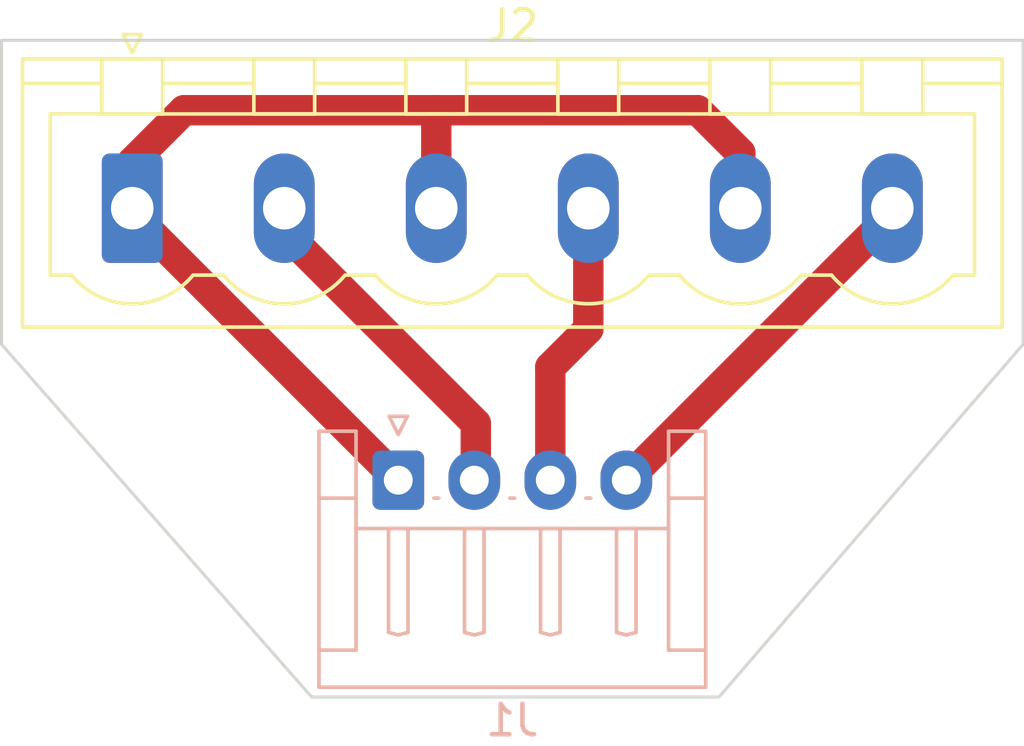
<source format=kicad_pcb>
(kicad_pcb (version 20211014) (generator pcbnew)
  (layers (0 "F.Cu" signal) (31 "B.Cu" signal) (34 "B.Paste" user) (35 "F.Paste" user) (36 "B.SilkS" user "B.Silkscreen") (37 "F.SilkS" user "F.Silkscreen") (38 "B.Mask" user) (39 "F.Mask" user) (44 "Edge.Cuts" user))
  (net 0 "")
  (net 1 "/PUL+")
  (net 2 "/PUL-")
  (net 3 "/DIR-")
  (net 4 "/ENA-")
  (footprint "Connector_Phoenix_MSTB:PhoenixContact_MSTBVA_2,5_6-G_1x06_P5.00mm_Vertical" (layer "F.Cu") (at 124.3 70.5225)
    (fp_text reference "J2" (at 12.5 -6) (layer "F.SilkS"))
    (fp_text value "Conn_01x06")
    (fp_line (start -2.7 -3.1) (end 27.7 -3.1) (layer "F.SilkS") (width 0.12))
    (fp_line (start 6 -4.1) (end 9 -4.1) (layer "F.SilkS") (width 0.12))
    (fp_line (start 28.61 -4.91) (end -3.61 -4.91) (layer "F.SilkS") (width 0.12))
    (fp_line (start 6 -3.1) (end 4 -3.1) (layer "F.SilkS") (width 0.12))
    (fp_line (start -1 -3.1) (end -1 -4.91) (layer "F.SilkS") (width 0.12))
    (fp_line (start 26 -3.1) (end 24 -3.1) (layer "F.SilkS") (width 0.12))
    (fp_line (start 28.61 -4.1) (end 26.11 -4.1) (layer "F.SilkS") (width 0.12))
    (fp_line (start 16 -4.1) (end 19 -4.1) (layer "F.SilkS") (width 0.12))
    (fp_line (start 16 -4.91) (end 16 -3.1) (layer "F.SilkS") (width 0.12))
    (fp_line (start 12 2.2) (end 13 2.2) (layer "F.SilkS") (width 0.12))
    (fp_line (start 0 -5.11) (end -0.3 -5.71) (layer "F.SilkS") (width 0.12))
    (fp_line (start 24 -4.91) (end 26 -4.91) (layer "F.SilkS") (width 0.12))
    (fp_line (start -2.7 2.2) (end -2.7 -3.1) (layer "F.SilkS") (width 0.12))
    (fp_line (start 9 -3.1) (end 9 -4.91) (layer "F.SilkS") (width 0.12))
    (fp_line (start 26 -4.91) (end 26 -3.1) (layer "F.SilkS") (width 0.12))
    (fp_line (start -3.61 3.91) (end 28.61 3.91) (layer "F.SilkS") (width 0.12))
    (fp_line (start 4 -3.1) (end 4 -4.91) (layer "F.SilkS") (width 0.12))
    (fp_line (start 4 -4.91) (end 6 -4.91) (layer "F.SilkS") (width 0.12))
    (fp_line (start 19 -4.91) (end 21 -4.91) (layer "F.SilkS") (width 0.12))
    (fp_line (start 27.7 2.2) (end 27 2.2) (layer "F.SilkS") (width 0.12))
    (fp_line (start -3.61 -4.1) (end -1.11 -4.1) (layer "F.SilkS") (width 0.12))
    (fp_line (start 28.61 3.91) (end 28.61 -4.91) (layer "F.SilkS") (width 0.12))
    (fp_line (start 9 -4.91) (end 11 -4.91) (layer "F.SilkS") (width 0.12))
    (fp_line (start 1 -4.1) (end 4 -4.1) (layer "F.SilkS") (width 0.12))
    (fp_line (start 11 -4.1) (end 14 -4.1) (layer "F.SilkS") (width 0.12))
    (fp_line (start 7 2.2) (end 8 2.2) (layer "F.SilkS") (width 0.12))
    (fp_line (start -1 -4.91) (end 1 -4.91) (layer "F.SilkS") (width 0.12))
    (fp_line (start 22 2.2) (end 23 2.2) (layer "F.SilkS") (width 0.12))
    (fp_line (start -0.3 -5.71) (end 0.3 -5.71) (layer "F.SilkS") (width 0.12))
    (fp_line (start 27.7 -3.1) (end 27.7 2.2) (layer "F.SilkS") (width 0.12))
    (fp_line (start 21 -4.1) (end 24 -4.1) (layer "F.SilkS") (width 0.12))
    (fp_line (start 16 -3.1) (end 14 -3.1) (layer "F.SilkS") (width 0.12))
    (fp_line (start 14 -4.91) (end 16 -4.91) (layer "F.SilkS") (width 0.12))
    (fp_line (start 19 -3.1) (end 19 -4.91) (layer "F.SilkS") (width 0.12))
    (fp_line (start -3.61 -4.91) (end -3.61 3.91) (layer "F.SilkS") (width 0.12))
    (fp_line (start 6 -4.91) (end 6 -3.1) (layer "F.SilkS") (width 0.12))
    (fp_line (start 1 -3.1) (end -1 -3.1) (layer "F.SilkS") (width 0.12))
    (fp_line (start 14 -3.1) (end 14 -4.91) (layer "F.SilkS") (width 0.12))
    (fp_line (start 24 -3.1) (end 24 -4.91) (layer "F.SilkS") (width 0.12))
    (fp_line (start 21 -4.91) (end 21 -3.1) (layer "F.SilkS") (width 0.12))
    (fp_line (start 11 -4.91) (end 11 -3.1) (layer "F.SilkS") (width 0.12))
    (fp_line (start 17 2.2) (end 18 2.2) (layer "F.SilkS") (width 0.12))
    (fp_line (start -2 2.2) (end -2.7 2.2) (layer "F.SilkS") (width 0.12))
    (fp_line (start 0.3 -5.71) (end 0 -5.11) (layer "F.SilkS") (width 0.12))
    (fp_line (start 1 -4.91) (end 1 -3.1) (layer "F.SilkS") (width 0.12))
    (fp_line (start 21 -3.1) (end 19 -3.1) (layer "F.SilkS") (width 0.12))
    (fp_line (start 2 2.2) (end 3 2.2) (layer "F.SilkS") (width 0.12))
    (fp_line (start 11 -3.1) (end 9 -3.1) (layer "F.SilkS") (width 0.12))
    (fp_arc (start 16.986842 2.215821) (mid 14.989711 3.142758) (end 13 2.2) (layer "F.SilkS") (width 0.12))
    (fp_arc (start 21.986842 2.215821) (mid 19.989711 3.142758) (end 18 2.2) (layer "F.SilkS") (width 0.12))
    (fp_arc (start 26.986842 2.215821) (mid 24.989711 3.142758) (end 23 2.2) (layer "F.SilkS") (width 0.12))
    (fp_arc (start 6.986842 2.215821) (mid 4.989711 3.142758) (end 3 2.2) (layer "F.SilkS") (width 0.12))
    (fp_arc (start 11.986842 2.215821) (mid 9.989711 3.142758) (end 8 2.2) (layer "F.SilkS") (width 0.12))
    (fp_arc (start 1.986842 2.215821) (mid -0.010289 3.142758) (end -2 2.2) (layer "F.SilkS") (width 0.12))
    (pad "1" thru_hole roundrect (at 0 0) (size 2 3.6) (drill 1.4) (layers *.Cu *.Mask) (roundrect_rratio 0.125) (net 1 "/PUL+"))
    (pad "2" thru_hole oval (at 5 0) (size 2 3.6) (drill 1.4) (layers *.Cu *.Mask) (net 2 "/PUL-"))
    (pad "3" thru_hole oval (at 10 0) (size 2 3.6) (drill 1.4) (layers *.Cu *.Mask) (net 1 "/PUL+"))
    (pad "4" thru_hole oval (at 15 0) (size 2 3.6) (drill 1.4) (layers *.Cu *.Mask) (net 3 "/DIR-"))
    (pad "5" thru_hole oval (at 20 0) (size 2 3.6) (drill 1.4) (layers *.Cu *.Mask) (net 1 "/PUL+"))
    (pad "6" thru_hole oval (at 25 0) (size 2 3.6) (drill 1.4) (layers *.Cu *.Mask) (net 4 "/ENA-"))
  )
  (footprint "Connector_JST:JST_EH_S4B-EH_1x04_P2.50mm_Horizontal" (layer "B.Cu") (at 133.05 79.4675)
    (fp_text reference "J1" (at 3.75 7.9) (layer "B.SilkS") (effects (justify mirror)))
    (fp_text value "Conn_01x04")
    (fp_line (start 0.3 -2.1) (end 0 -1.5) (layer "B.SilkS") (width 0.12))
    (fp_line (start -1.39 -1.61) (end -2.61 -1.61) (layer "B.SilkS") (width 0.12))
    (fp_line (start -1.39 5.59) (end -1.39 0.59) (layer "B.SilkS") (width 0.12))
    (fp_line (start -1.39 0.59) (end -1.39 -1.61) (layer "B.SilkS") (width 0.12))
    (fp_line (start 7.18 5.01) (end 7.5 5.09) (layer "B.SilkS") (width 0.12))
    (fp_line (start 0.32 5.01) (end 0.32 1.59) (layer "B.SilkS") (width 0.12))
    (fp_line (start 1.17 0.59) (end 1.33 0.59) (layer "B.SilkS") (width 0.12))
    (fp_line (start 10.11 -1.61) (end 8.89 -1.61) (layer "B.SilkS") (width 0.12))
    (fp_line (start 5 1.59) (end 4.68 1.59) (layer "B.SilkS") (width 0.12))
    (fp_line (start -0.32 5.01) (end 0 5.09) (layer "B.SilkS") (width 0.12))
    (fp_line (start -2.61 -1.61) (end -2.61 6.81) (layer "B.SilkS") (width 0.12))
    (fp_line (start 7.18 1.59) (end 7.18 5.01) (layer "B.SilkS") (width 0.12))
    (fp_line (start 7.82 1.59) (end 7.5 1.59) (layer "B.SilkS") (width 0.12))
    (fp_line (start 7.5 1.59) (end 7.18 1.59) (layer "B.SilkS") (width 0.12))
    (fp_line (start 10.11 6.81) (end 10.11 -1.61) (layer "B.SilkS") (width 0.12))
    (fp_line (start 6.17 0.59) (end 6.33 0.59) (layer "B.SilkS") (width 0.12))
    (fp_line (start 0 1.59) (end -0.32 1.59) (layer "B.SilkS") (width 0.12))
    (fp_line (start 8.89 -1.61) (end 8.89 0.59) (layer "B.SilkS") (width 0.12))
    (fp_line (start 8.89 5.59) (end 8.89 0.59) (layer "B.SilkS") (width 0.12))
    (fp_line (start -2.61 5.59) (end -1.39 5.59) (layer "B.SilkS") (width 0.12))
    (fp_line (start 3.67 0.59) (end 3.83 0.59) (layer "B.SilkS") (width 0.12))
    (fp_line (start 2.18 1.59) (end 2.18 5.01) (layer "B.SilkS") (width 0.12))
    (fp_line (start 0 5.09) (end 0.32 5.01) (layer "B.SilkS") (width 0.12))
    (fp_line (start 2.82 1.59) (end 2.5 1.59) (layer "B.SilkS") (width 0.12))
    (fp_line (start -0.3 -2.1) (end 0.3 -2.1) (layer "B.SilkS") (width 0.12))
    (fp_line (start 7.82 5.01) (end 7.82 1.59) (layer "B.SilkS") (width 0.12))
    (fp_line (start -1.39 0.59) (end -2.61 0.59) (layer "B.SilkS") (width 0.12))
    (fp_line (start -2.61 6.81) (end 10.11 6.81) (layer "B.SilkS") (width 0.12))
    (fp_line (start 8.89 0.59) (end 10.11 0.59) (layer "B.SilkS") (width 0.12))
    (fp_line (start 2.18 5.01) (end 2.5 5.09) (layer "B.SilkS") (width 0.12))
    (fp_line (start 2.5 1.59) (end 2.18 1.59) (layer "B.SilkS") (width 0.12))
    (fp_line (start 2.5 5.09) (end 2.82 5.01) (layer "B.SilkS") (width 0.12))
    (fp_line (start -0.32 1.59) (end -0.32 5.01) (layer "B.SilkS") (width 0.12))
    (fp_line (start -1.39 1.59) (end 8.89 1.59) (layer "B.SilkS") (width 0.12))
    (fp_line (start 7.5 5.09) (end 7.82 5.01) (layer "B.SilkS") (width 0.12))
    (fp_line (start 5.32 1.59) (end 5 1.59) (layer "B.SilkS") (width 0.12))
    (fp_line (start 0 -1.5) (end -0.3 -2.1) (layer "B.SilkS") (width 0.12))
    (fp_line (start 5 5.09) (end 5.32 5.01) (layer "B.SilkS") (width 0.12))
    (fp_line (start 0.32 1.59) (end 0 1.59) (layer "B.SilkS") (width 0.12))
    (fp_line (start 10.11 5.59) (end 8.89 5.59) (layer "B.SilkS") (width 0.12))
    (fp_line (start 5.32 5.01) (end 5.32 1.59) (layer "B.SilkS") (width 0.12))
    (fp_line (start 2.82 5.01) (end 2.82 1.59) (layer "B.SilkS") (width 0.12))
    (fp_line (start 4.68 5.01) (end 5 5.09) (layer "B.SilkS") (width 0.12))
    (fp_line (start 4.68 1.59) (end 4.68 5.01) (layer "B.SilkS") (width 0.12))
    (pad "1" thru_hole roundrect (at 0 0) (size 1.7 1.95) (drill 0.95) (layers *.Cu *.Mask) (roundrect_rratio 0.147059) (net 1 "/PUL+"))
    (pad "2" thru_hole oval (at 2.5 0) (size 1.7 1.95) (drill 0.95) (layers *.Cu *.Mask) (net 2 "/PUL-"))
    (pad "3" thru_hole oval (at 5 0) (size 1.7 1.95) (drill 0.95) (layers *.Cu *.Mask) (net 3 "/DIR-"))
    (pad "4" thru_hole oval (at 7.5 0) (size 1.7 1.95) (drill 0.95) (layers *.Cu *.Mask) (net 4 "/ENA-"))
  )
  (gr_poly (pts (xy 153.6 75) (xy 143.6 86.6) (xy 130.2 86.6) (xy 120 75) (xy 120 65) (xy 153.6 65)) (layer "Edge.Cuts") (width 0.1) (fill none))
  (segment (start 124.3 69) (end 126 67.3) (width 1) (layer "F.Cu") (net 1))
  (segment (start 124.3 70.5225) (end 124.3 70.7175) (width 1) (layer "F.Cu") (net 1))
  (segment (start 134.3 67.3) (end 142.9 67.3) (width 1) (layer "F.Cu") (net 1))
  (segment (start 142.9 67.3) (end 144.3 68.7) (width 1) (layer "F.Cu") (net 1))
  (segment (start 144.3 68.7) (end 144.3 70.5225) (width 1) (layer "F.Cu") (net 1))
  (segment (start 126 67.3) (end 134.3 67.3) (width 1) (layer "F.Cu") (net 1))
  (segment (start 124.3 70.7175) (end 133.05 79.4675) (width 1) (layer "F.Cu") (net 1))
  (segment (start 124.3 70.5225) (end 124.3 69) (width 1) (layer "F.Cu") (net 1))
  (segment (start 134.3 70.5225) (end 134.3 67.3) (width 1) (layer "F.Cu") (net 1))
  (segment (start 129.3 71.3) (end 135.6 77.6) (width 1) (layer "F.Cu") (net 2))
  (segment (start 135.6 77.6) (end 135.6 79.4175) (width 1) (layer "F.Cu") (net 2))
  (segment (start 135.6 79.4175) (end 135.55 79.4675) (width 1) (layer "F.Cu") (net 2))
  (segment (start 129.3 70.5225) (end 129.3 71.3) (width 1) (layer "F.Cu") (net 2))
  (segment (start 138.05 75.75) (end 138.05 79.4675) (width 1) (layer "F.Cu") (net 3))
  (segment (start 139.3 70.5225) (end 139.3 74.5) (width 1) (layer "F.Cu") (net 3))
  (segment (start 139.3 74.5) (end 138.05 75.75) (width 1) (layer "F.Cu") (net 3))
  (segment (start 149.3 70.7175) (end 140.55 79.4675) (width 1) (layer "F.Cu") (net 4))
  (segment (start 149.3 70.5225) (end 149.3 70.7175) (width 1) (layer "F.Cu") (net 4))
)
</source>
